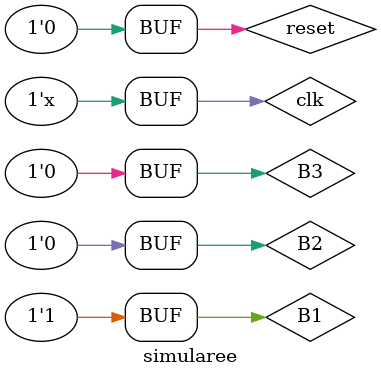
<source format=v>
`timescale 1ns / 1ps

module simularee( );
reg reset, clk;
reg [0:0] B1;
reg [0:0] B2;
reg [0:0] B3;
wire [0:0] eb1;
wire [0:0] eb2;
wire [0:0] eb3;

automat auto(clk, reset, B1, B2, B3, eb1, eb2, eb3);
initial
begin
B1 = 0; B2 = 0; B3 = 0;
clk = 0;
reset = 1;

  #100  B1 = 0; B2 = 0; B3 = 1;
  reset = 0;
  #100  B1 = 0; B2 = 0; B3 = 0;
  reset = 0;
  # 100  B1 = 0; B2 = 1; B3 = 0;
  reset = 0;
  # 100 B1 = 0; B2 = 0; B3 = 0; reset = 0;
  # 100 B1 = 1; B2 = 0; B3 = 0; reset = 0;
  end
always
# 50 clk = ~clk;

endmodule

</source>
